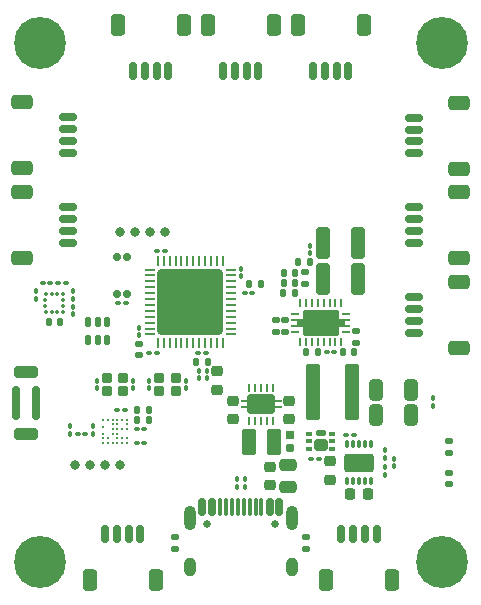
<source format=gbr>
G04 #@! TF.GenerationSoftware,KiCad,Pcbnew,(5.99.0-7554-g937713dbbc)*
G04 #@! TF.CreationDate,2020-12-16T08:12:25+03:00*
G04 #@! TF.ProjectId,BioniX,42696f6e-6958-42e6-9b69-6361645f7063,rev?*
G04 #@! TF.SameCoordinates,PX6422c40PY5a995c0*
G04 #@! TF.FileFunction,Soldermask,Top*
G04 #@! TF.FilePolarity,Negative*
%FSLAX46Y46*%
G04 Gerber Fmt 4.6, Leading zero omitted, Abs format (unit mm)*
G04 Created by KiCad (PCBNEW (5.99.0-7554-g937713dbbc)) date 2020-12-16 08:12:25*
%MOMM*%
%LPD*%
G01*
G04 APERTURE LIST*
G04 Aperture macros list*
%AMRoundRect*
0 Rectangle with rounded corners*
0 $1 Rounding radius*
0 $2 $3 $4 $5 $6 $7 $8 $9 X,Y pos of 4 corners*
0 Add a 4 corners polygon primitive as box body*
4,1,4,$2,$3,$4,$5,$6,$7,$8,$9,$2,$3,0*
0 Add four circle primitives for the rounded corners*
1,1,$1+$1,$2,$3,0*
1,1,$1+$1,$4,$5,0*
1,1,$1+$1,$6,$7,0*
1,1,$1+$1,$8,$9,0*
0 Add four rect primitives between the rounded corners*
20,1,$1+$1,$2,$3,$4,$5,0*
20,1,$1+$1,$4,$5,$6,$7,0*
20,1,$1+$1,$6,$7,$8,$9,0*
20,1,$1+$1,$8,$9,$2,$3,0*%
G04 Aperture macros list end*
%ADD10RoundRect,0.100000X-0.100000X0.130000X-0.100000X-0.130000X0.100000X-0.130000X0.100000X0.130000X0*%
%ADD11RoundRect,0.249600X-0.350400X-0.650400X0.350400X-0.650400X0.350400X0.650400X-0.350400X0.650400X0*%
%ADD12RoundRect,0.150000X-0.150000X-0.625000X0.150000X-0.625000X0.150000X0.625000X-0.150000X0.625000X0*%
%ADD13RoundRect,0.140000X-0.140000X-0.170000X0.140000X-0.170000X0.140000X0.170000X-0.140000X0.170000X0*%
%ADD14RoundRect,0.225000X0.250000X-0.225000X0.250000X0.225000X-0.250000X0.225000X-0.250000X-0.225000X0*%
%ADD15RoundRect,0.062500X0.062500X-0.375000X0.062500X0.375000X-0.062500X0.375000X-0.062500X-0.375000X0*%
%ADD16RoundRect,0.062500X0.375000X-0.062500X0.375000X0.062500X-0.375000X0.062500X-0.375000X-0.062500X0*%
%ADD17RoundRect,0.392000X2.408000X-2.408000X2.408000X2.408000X-2.408000X2.408000X-2.408000X-2.408000X0*%
%ADD18RoundRect,0.135000X-0.185000X0.135000X-0.185000X-0.135000X0.185000X-0.135000X0.185000X0.135000X0*%
%ADD19RoundRect,0.100000X0.130000X0.100000X-0.130000X0.100000X-0.130000X-0.100000X0.130000X-0.100000X0*%
%ADD20RoundRect,0.100000X0.100000X-0.130000X0.100000X0.130000X-0.100000X0.130000X-0.100000X-0.130000X0*%
%ADD21RoundRect,0.160000X0.290000X0.240000X-0.290000X0.240000X-0.290000X-0.240000X0.290000X-0.240000X0*%
%ADD22RoundRect,0.100000X-0.130000X-0.100000X0.130000X-0.100000X0.130000X0.100000X-0.130000X0.100000X0*%
%ADD23RoundRect,0.140000X0.140000X0.170000X-0.140000X0.170000X-0.140000X-0.170000X0.140000X-0.170000X0*%
%ADD24RoundRect,0.048000X0.072000X-0.252000X0.072000X0.252000X-0.072000X0.252000X-0.072000X-0.252000X0*%
%ADD25RoundRect,0.048000X0.252000X0.072000X-0.252000X0.072000X-0.252000X-0.072000X0.252000X-0.072000X0*%
%ADD26RoundRect,0.247500X0.952500X-0.577500X0.952500X0.577500X-0.952500X0.577500X-0.952500X-0.577500X0*%
%ADD27C,0.257000*%
%ADD28RoundRect,0.135000X0.185000X-0.135000X0.185000X0.135000X-0.185000X0.135000X-0.185000X-0.135000X0*%
%ADD29RoundRect,0.147500X0.172500X-0.147500X0.172500X0.147500X-0.172500X0.147500X-0.172500X-0.147500X0*%
%ADD30RoundRect,0.249600X0.350400X0.650400X-0.350400X0.650400X-0.350400X-0.650400X0.350400X-0.650400X0*%
%ADD31RoundRect,0.150000X0.150000X0.625000X-0.150000X0.625000X-0.150000X-0.625000X0.150000X-0.625000X0*%
%ADD32RoundRect,0.140000X0.170000X-0.140000X0.170000X0.140000X-0.170000X0.140000X-0.170000X-0.140000X0*%
%ADD33RoundRect,0.080000X0.170000X0.120000X-0.170000X0.120000X-0.170000X-0.120000X0.170000X-0.120000X0*%
%ADD34RoundRect,0.190000X0.385000X0.285000X-0.385000X0.285000X-0.385000X-0.285000X0.385000X-0.285000X0*%
%ADD35RoundRect,0.096000X0.304000X0.144000X-0.304000X0.144000X-0.304000X-0.144000X0.304000X-0.144000X0*%
%ADD36RoundRect,0.250000X-0.325000X-1.100000X0.325000X-1.100000X0.325000X1.100000X-0.325000X1.100000X0*%
%ADD37RoundRect,0.140000X-0.170000X0.140000X-0.170000X-0.140000X0.170000X-0.140000X0.170000X0.140000X0*%
%ADD38RoundRect,0.060000X0.090000X-0.265000X0.090000X0.265000X-0.090000X0.265000X-0.090000X-0.265000X0*%
%ADD39RoundRect,0.232500X1.007500X-0.542500X1.007500X0.542500X-1.007500X0.542500X-1.007500X-0.542500X0*%
%ADD40C,0.650000*%
%ADD41RoundRect,0.150000X-0.150000X-0.575000X0.150000X-0.575000X0.150000X0.575000X-0.150000X0.575000X0*%
%ADD42RoundRect,0.075000X-0.075000X-0.650000X0.075000X-0.650000X0.075000X0.650000X-0.075000X0.650000X0*%
%ADD43O,1.000000X2.100000*%
%ADD44O,1.000000X1.600000*%
%ADD45RoundRect,0.249600X-0.650400X0.350400X-0.650400X-0.350400X0.650400X-0.350400X0.650400X0.350400X0*%
%ADD46RoundRect,0.150000X-0.625000X0.150000X-0.625000X-0.150000X0.625000X-0.150000X0.625000X0.150000X0*%
%ADD47RoundRect,0.147500X-0.172500X0.147500X-0.172500X-0.147500X0.172500X-0.147500X0.172500X0.147500X0*%
%ADD48RoundRect,0.180000X0.420000X2.170000X-0.420000X2.170000X-0.420000X-2.170000X0.420000X-2.170000X0*%
%ADD49RoundRect,0.150000X0.150000X-0.150000X0.150000X0.150000X-0.150000X0.150000X-0.150000X-0.150000X0*%
%ADD50RoundRect,0.249600X0.650400X-0.350400X0.650400X0.350400X-0.650400X0.350400X-0.650400X-0.350400X0*%
%ADD51RoundRect,0.150000X0.625000X-0.150000X0.625000X0.150000X-0.625000X0.150000X-0.625000X-0.150000X0*%
%ADD52RoundRect,0.135000X0.135000X0.185000X-0.135000X0.185000X-0.135000X-0.185000X0.135000X-0.185000X0*%
%ADD53C,0.700000*%
%ADD54C,4.400000*%
%ADD55RoundRect,0.218750X0.256250X-0.218750X0.256250X0.218750X-0.256250X0.218750X-0.256250X-0.218750X0*%
%ADD56RoundRect,0.187500X0.187500X-0.187500X0.187500X0.187500X-0.187500X0.187500X-0.187500X-0.187500X0*%
%ADD57RoundRect,0.150000X0.225000X-0.150000X0.225000X0.150000X-0.225000X0.150000X-0.225000X-0.150000X0*%
%ADD58RoundRect,0.250000X-0.475000X0.250000X-0.475000X-0.250000X0.475000X-0.250000X0.475000X0.250000X0*%
%ADD59RoundRect,0.250000X-0.325000X-0.650000X0.325000X-0.650000X0.325000X0.650000X-0.325000X0.650000X0*%
%ADD60RoundRect,0.225000X0.225000X0.250000X-0.225000X0.250000X-0.225000X-0.250000X0.225000X-0.250000X0*%
%ADD61C,0.800000*%
%ADD62RoundRect,0.250000X0.375000X0.850000X-0.375000X0.850000X-0.375000X-0.850000X0.375000X-0.850000X0*%
%ADD63RoundRect,0.080000X-0.080000X0.080000X-0.080000X-0.080000X0.080000X-0.080000X0.080000X0.080000X0*%
%ADD64RoundRect,0.080000X-0.080000X-0.080000X0.080000X-0.080000X0.080000X0.080000X-0.080000X0.080000X0*%
%ADD65RoundRect,0.218750X-0.256250X0.218750X-0.256250X-0.218750X0.256250X-0.218750X0.256250X0.218750X0*%
%ADD66RoundRect,0.250000X-0.750000X0.250000X-0.750000X-0.250000X0.750000X-0.250000X0.750000X0.250000X0*%
%ADD67RoundRect,0.175000X-0.175000X-1.225000X0.175000X-1.225000X0.175000X1.225000X-0.175000X1.225000X0*%
%ADD68RoundRect,0.050400X0.249600X-0.069600X0.249600X0.069600X-0.249600X0.069600X-0.249600X-0.069600X0*%
%ADD69RoundRect,0.050400X0.069600X-0.249600X0.069600X0.249600X-0.069600X0.249600X-0.069600X-0.249600X0*%
%ADD70RoundRect,0.050000X0.250000X-0.050000X0.250000X0.050000X-0.250000X0.050000X-0.250000X-0.050000X0*%
%ADD71RoundRect,0.105000X0.245000X0.270000X-0.245000X0.270000X-0.245000X-0.270000X0.245000X-0.270000X0*%
%ADD72RoundRect,0.220000X1.330000X-0.880000X1.330000X0.880000X-1.330000X0.880000X-1.330000X-0.880000X0*%
%ADD73RoundRect,0.125000X0.125000X-0.275000X0.125000X0.275000X-0.125000X0.275000X-0.125000X-0.275000X0*%
G04 APERTURE END LIST*
D10*
G04 #@! TO.C,R53*
X25900000Y29810000D03*
X25900000Y29170000D03*
G04 #@! TD*
D11*
G04 #@! TO.C,J3*
X32800000Y1505000D03*
X27200000Y1505000D03*
D12*
X28500000Y5380000D03*
X29500000Y5380000D03*
X30500000Y5380000D03*
X31500000Y5380000D03*
G04 #@! TD*
D13*
G04 #@! TO.C,C53*
X28650000Y20780000D03*
X29610000Y20780000D03*
G04 #@! TD*
D14*
G04 #@! TO.C,C40*
X24105000Y15130000D03*
X24105000Y16680000D03*
G04 #@! TD*
D15*
G04 #@! TO.C,U1*
X12980000Y21602500D03*
X13480000Y21602500D03*
X13980000Y21602500D03*
X14480000Y21602500D03*
X14980000Y21602500D03*
X15480000Y21602500D03*
X15980000Y21602500D03*
X16480000Y21602500D03*
X16980000Y21602500D03*
X17480000Y21602500D03*
X17980000Y21602500D03*
X18480000Y21602500D03*
D16*
X19167500Y22290000D03*
X19167500Y22790000D03*
X19167500Y23290000D03*
X19167500Y23790000D03*
X19167500Y24290000D03*
X19167500Y24790000D03*
X19167500Y25290000D03*
X19167500Y25790000D03*
X19167500Y26290000D03*
X19167500Y26790000D03*
X19167500Y27290000D03*
X19167500Y27790000D03*
D15*
X18480000Y28477500D03*
X17980000Y28477500D03*
X17480000Y28477500D03*
X16980000Y28477500D03*
X16480000Y28477500D03*
X15980000Y28477500D03*
X15480000Y28477500D03*
X14980000Y28477500D03*
X14480000Y28477500D03*
X13980000Y28477500D03*
X13480000Y28477500D03*
X12980000Y28477500D03*
D16*
X12292500Y27790000D03*
X12292500Y27290000D03*
X12292500Y26790000D03*
X12292500Y26290000D03*
X12292500Y25790000D03*
X12292500Y25290000D03*
X12292500Y24790000D03*
X12292500Y24290000D03*
X12292500Y23790000D03*
X12292500Y23290000D03*
X12292500Y22790000D03*
X12292500Y22290000D03*
D17*
X15730000Y25040000D03*
G04 #@! TD*
D18*
G04 #@! TO.C,R3*
X14450000Y5110000D03*
X14450000Y4090000D03*
G04 #@! TD*
D19*
G04 #@! TO.C,R11*
X20970000Y25790000D03*
X20330000Y25790000D03*
G04 #@! TD*
D10*
G04 #@! TO.C,R62*
X5775000Y25971250D03*
X5775000Y25331250D03*
G04 #@! TD*
D19*
G04 #@! TO.C,R31*
X29570000Y13770000D03*
X28930000Y13770000D03*
G04 #@! TD*
D20*
G04 #@! TO.C,C26*
X5530000Y13890000D03*
X5530000Y14530000D03*
G04 #@! TD*
D19*
G04 #@! TO.C,R60*
X3885000Y26631250D03*
X3245000Y26631250D03*
G04 #@! TD*
D21*
G04 #@! TO.C,Y2*
X10040000Y18600000D03*
X8640000Y18600000D03*
X8640000Y17500000D03*
X10040000Y17500000D03*
G04 #@! TD*
D22*
G04 #@! TO.C,R10*
X9620000Y24940000D03*
X10260000Y24940000D03*
G04 #@! TD*
D23*
G04 #@! TO.C,C57*
X24600000Y27490000D03*
X23640000Y27490000D03*
G04 #@! TD*
D24*
G04 #@! TO.C,U4*
X20730000Y14970000D03*
X21230000Y14970000D03*
X21730000Y14970000D03*
X22230000Y14970000D03*
X22730000Y14970000D03*
X22730000Y17770000D03*
X22230000Y17770000D03*
X21730000Y17770000D03*
X21230000Y17770000D03*
X20730000Y17770000D03*
D25*
X20330000Y16120000D03*
X23130000Y16620000D03*
X20330000Y16620000D03*
X23130000Y16120000D03*
D26*
X21730000Y16370000D03*
G04 #@! TD*
D23*
G04 #@! TO.C,C60*
X4705000Y23341250D03*
X3745000Y23341250D03*
G04 #@! TD*
D27*
G04 #@! TO.C,U2*
X8340000Y15090000D03*
X8740000Y15090000D03*
X9140000Y15090000D03*
X9540000Y15090000D03*
X9940000Y15090000D03*
X10340000Y15090000D03*
X9140000Y14690000D03*
X9540000Y14690000D03*
X10340000Y14690000D03*
X8340000Y14490000D03*
X9140000Y14290000D03*
X9540000Y14290000D03*
X9940000Y14290000D03*
X10340000Y14290000D03*
X8340000Y13890000D03*
X9140000Y13890000D03*
X9540000Y13890000D03*
X8340000Y13490000D03*
X8740000Y13490000D03*
X9540000Y13490000D03*
X9940000Y13490000D03*
X10340000Y13490000D03*
X8340000Y13090000D03*
X8740000Y13090000D03*
X9140000Y13090000D03*
X9540000Y13090000D03*
X9940000Y13090000D03*
X10340000Y13090000D03*
G04 #@! TD*
D28*
G04 #@! TO.C,R52*
X25430000Y26550000D03*
X25430000Y27570000D03*
G04 #@! TD*
D23*
G04 #@! TO.C,C58*
X24600000Y26640000D03*
X23640000Y26640000D03*
G04 #@! TD*
D29*
G04 #@! TO.C,D50*
X37660000Y12295000D03*
X37660000Y13265000D03*
G04 #@! TD*
D30*
G04 #@! TO.C,J11*
X15170000Y48502843D03*
X9570000Y48502843D03*
D31*
X13870000Y44627843D03*
X12870000Y44627843D03*
X11870000Y44627843D03*
X10870000Y44627843D03*
G04 #@! TD*
D32*
G04 #@! TO.C,C55*
X22940000Y22530000D03*
X22940000Y23490000D03*
G04 #@! TD*
D19*
G04 #@! TO.C,R5*
X26600000Y11770000D03*
X25960000Y11770000D03*
G04 #@! TD*
D33*
G04 #@! TO.C,Q1*
X27750000Y12580000D03*
X27750000Y13230000D03*
X27750000Y13880000D03*
X25790000Y13880000D03*
X25790000Y13230000D03*
X25790000Y12580000D03*
D34*
X26770000Y12905000D03*
D35*
X26770000Y13930000D03*
G04 #@! TD*
D36*
G04 #@! TO.C,C59*
X26969999Y27000000D03*
X29919999Y27000000D03*
G04 #@! TD*
D10*
G04 #@! TO.C,C61*
X5775000Y24651250D03*
X5775000Y24011250D03*
G04 #@! TD*
D37*
G04 #@! TO.C,C10*
X11400000Y21470000D03*
X11400000Y20510000D03*
G04 #@! TD*
D38*
G04 #@! TO.C,U3*
X29000000Y9890000D03*
X29500000Y9890000D03*
X30000000Y9890000D03*
X30500000Y9890000D03*
X31000000Y9890000D03*
X31000000Y12990000D03*
X30500000Y12990000D03*
X30000000Y12990000D03*
X29500000Y12990000D03*
X29000000Y12990000D03*
D39*
X30000000Y11440000D03*
G04 #@! TD*
D40*
G04 #@! TO.C,J1*
X17110000Y6250000D03*
X22890000Y6250000D03*
D41*
X16750000Y7695000D03*
X17550000Y7695000D03*
D42*
X18750000Y7695000D03*
X19750000Y7695000D03*
X20250000Y7695000D03*
X21250000Y7695000D03*
D41*
X23250000Y7695000D03*
X22450000Y7695000D03*
D42*
X21750000Y7695000D03*
X20750000Y7695000D03*
X19250000Y7695000D03*
X18250000Y7695000D03*
D43*
X15680000Y6780000D03*
X24320000Y6780000D03*
D44*
X15680000Y2600000D03*
X24320000Y2600000D03*
G04 #@! TD*
D45*
G04 #@! TO.C,J5*
X1505000Y28775000D03*
X1505000Y34375000D03*
D46*
X5380000Y33075000D03*
X5380000Y32075000D03*
X5380000Y31075000D03*
X5380000Y30075000D03*
G04 #@! TD*
D22*
G04 #@! TO.C,C24*
X9540000Y15900000D03*
X10180000Y15900000D03*
G04 #@! TD*
D47*
G04 #@! TO.C,D30*
X37660000Y10565000D03*
X37660000Y9595000D03*
G04 #@! TD*
D20*
G04 #@! TO.C,R1*
X20330000Y9380000D03*
X20330000Y10020000D03*
G04 #@! TD*
D22*
G04 #@! TO.C,R61*
X4565000Y26631250D03*
X5205000Y26631250D03*
G04 #@! TD*
G04 #@! TO.C,C13*
X12910000Y29370000D03*
X13550000Y29370000D03*
G04 #@! TD*
D48*
G04 #@! TO.C,L5*
X29445000Y17380000D03*
X26135000Y17380000D03*
G04 #@! TD*
D49*
G04 #@! TO.C,SW1*
X9490000Y25720000D03*
X10390000Y25720000D03*
X10390000Y28820000D03*
X9490000Y28820000D03*
G04 #@! TD*
D50*
G04 #@! TO.C,J7*
X38505000Y34362843D03*
X38505000Y28762843D03*
D51*
X34630000Y30062843D03*
X34630000Y31062843D03*
X34630000Y32062843D03*
X34630000Y33062843D03*
G04 #@! TD*
D52*
G04 #@! TO.C,R51*
X24630000Y25780000D03*
X23610000Y25780000D03*
G04 #@! TD*
D30*
G04 #@! TO.C,J13*
X24820000Y48502843D03*
X30420000Y48502843D03*
D31*
X29120000Y44627843D03*
X28120000Y44627843D03*
X27120000Y44627843D03*
X26120000Y44627843D03*
G04 #@! TD*
D13*
G04 #@! TO.C,C27*
X11240000Y15090000D03*
X12200000Y15090000D03*
G04 #@! TD*
D10*
G04 #@! TO.C,R33*
X32180000Y12490000D03*
X32180000Y11850000D03*
G04 #@! TD*
G04 #@! TO.C,C12*
X20060000Y27860000D03*
X20060000Y27220000D03*
G04 #@! TD*
D11*
G04 #@! TO.C,J4*
X12800000Y1505000D03*
X7200000Y1505000D03*
D12*
X8500000Y5380000D03*
X9500000Y5380000D03*
X10500000Y5380000D03*
X11500000Y5380000D03*
G04 #@! TD*
D53*
G04 #@! TO.C,H4*
X38650000Y47000000D03*
X38166726Y48166726D03*
X35833274Y45833274D03*
X37000000Y45350000D03*
X38166726Y45833274D03*
D54*
X37000000Y47000000D03*
D53*
X35350000Y47000000D03*
X35833274Y48166726D03*
X37000000Y48650000D03*
G04 #@! TD*
D20*
G04 #@! TO.C,C25*
X7470000Y13890000D03*
X7470000Y14530000D03*
G04 #@! TD*
D13*
G04 #@! TO.C,C23*
X11240000Y15900000D03*
X12200000Y15900000D03*
G04 #@! TD*
D50*
G04 #@! TO.C,J6*
X38505000Y21130000D03*
X38505000Y26730000D03*
D51*
X34630000Y22430000D03*
X34630000Y23430000D03*
X34630000Y24430000D03*
X34630000Y25430000D03*
G04 #@! TD*
D10*
G04 #@! TO.C,R63*
X2675000Y25971250D03*
X2675000Y25331250D03*
G04 #@! TD*
D22*
G04 #@! TO.C,C28*
X11190000Y13090000D03*
X11830000Y13090000D03*
G04 #@! TD*
D55*
G04 #@! TO.C,F1*
X22450000Y9512500D03*
X22450000Y11087500D03*
G04 #@! TD*
D56*
G04 #@! TO.C,D2*
X24130000Y13775000D03*
D57*
X24130000Y12650000D03*
G04 #@! TD*
D53*
G04 #@! TO.C,H1*
X4650000Y3000000D03*
X3000000Y1350000D03*
X3000000Y4650000D03*
D54*
X3000000Y3000000D03*
D53*
X4166726Y4166726D03*
X4166726Y1833274D03*
X1833274Y1833274D03*
X1350000Y3000000D03*
X1833274Y4166726D03*
G04 #@! TD*
D10*
G04 #@! TO.C,R12*
X16500000Y19230000D03*
X16500000Y18590000D03*
G04 #@! TD*
D37*
G04 #@! TO.C,C56*
X29750000Y22550000D03*
X29750000Y21590000D03*
G04 #@! TD*
D20*
G04 #@! TO.C,C14*
X11400000Y22220000D03*
X11400000Y22860000D03*
G04 #@! TD*
D45*
G04 #@! TO.C,J10*
X1495000Y36395000D03*
X1495000Y41995000D03*
D46*
X5370000Y40695000D03*
X5370000Y39695000D03*
X5370000Y38695000D03*
X5370000Y37695000D03*
G04 #@! TD*
D58*
G04 #@! TO.C,C1*
X23975000Y11250000D03*
X23975000Y9350000D03*
G04 #@! TD*
D59*
G04 #@! TO.C,C51*
X31465000Y17600000D03*
X34415000Y17600000D03*
G04 #@! TD*
D22*
G04 #@! TO.C,C22*
X11190000Y14290000D03*
X11830000Y14290000D03*
G04 #@! TD*
D53*
G04 #@! TO.C,H2*
X35833274Y4166726D03*
X35350000Y3000000D03*
X35833274Y1833274D03*
X38166726Y1833274D03*
X38166726Y4166726D03*
X38650000Y3000000D03*
X37000000Y1350000D03*
X37000000Y4650000D03*
D54*
X37000000Y3000000D03*
G04 #@! TD*
D60*
G04 #@! TO.C,C31*
X30775000Y8800000D03*
X29225000Y8800000D03*
G04 #@! TD*
D10*
G04 #@! TO.C,C110*
X15355000Y18375000D03*
X15355000Y17735000D03*
G04 #@! TD*
D22*
G04 #@! TO.C,L2*
X6180000Y13890000D03*
X6820000Y13890000D03*
G04 #@! TD*
D52*
G04 #@! TO.C,R54*
X25900000Y28390000D03*
X24880000Y28390000D03*
G04 #@! TD*
D10*
G04 #@! TO.C,R32*
X32180000Y11030000D03*
X32180000Y10390000D03*
G04 #@! TD*
D14*
G04 #@! TO.C,C30*
X27570000Y9995000D03*
X27570000Y11545000D03*
G04 #@! TD*
D23*
G04 #@! TO.C,C16*
X17210000Y19980000D03*
X16250000Y19980000D03*
G04 #@! TD*
D21*
G04 #@! TO.C,Y1*
X14505000Y18605000D03*
X13105000Y18605000D03*
X13105000Y17505000D03*
X14505000Y17505000D03*
G04 #@! TD*
D61*
G04 #@! TO.C,J9*
X13550000Y31000000D03*
X12280000Y31000000D03*
X11010000Y31000000D03*
X9740000Y31000000D03*
G04 #@! TD*
D19*
G04 #@! TO.C,C15*
X17050000Y20710000D03*
X16410000Y20710000D03*
G04 #@! TD*
D32*
G04 #@! TO.C,C54*
X23780000Y22530000D03*
X23780000Y23490000D03*
G04 #@! TD*
D20*
G04 #@! TO.C,C19*
X12255000Y17735000D03*
X12255000Y18375000D03*
G04 #@! TD*
G04 #@! TO.C,R55*
X36260000Y16230000D03*
X36260000Y16870000D03*
G04 #@! TD*
D10*
G04 #@! TO.C,R30*
X32980000Y11760000D03*
X32980000Y11120000D03*
G04 #@! TD*
D20*
G04 #@! TO.C,C21*
X10890000Y17730000D03*
X10890000Y18370000D03*
G04 #@! TD*
D62*
G04 #@! TO.C,L4*
X22805000Y13200000D03*
X20655000Y13200000D03*
G04 #@! TD*
D63*
G04 #@! TO.C,U6*
X4975000Y25753750D03*
X4475000Y25753750D03*
X3975000Y25753750D03*
X3475000Y25753750D03*
D64*
X3462500Y25241250D03*
X3462500Y24741250D03*
D63*
X3475000Y24228750D03*
X3975000Y24228750D03*
X4475000Y24228750D03*
X4975000Y24228750D03*
D64*
X4987500Y24741250D03*
X4987500Y25241250D03*
G04 #@! TD*
D10*
G04 #@! TO.C,C18*
X17100000Y19230000D03*
X17100000Y18590000D03*
G04 #@! TD*
D14*
G04 #@! TO.C,C41*
X19330000Y15120000D03*
X19330000Y16670000D03*
G04 #@! TD*
D30*
G04 #@! TO.C,J12*
X17195000Y48502843D03*
X22795000Y48502843D03*
D31*
X21495000Y44627843D03*
X20495000Y44627843D03*
X19495000Y44627843D03*
X18495000Y44627843D03*
G04 #@! TD*
D10*
G04 #@! TO.C,C20*
X7790000Y18370000D03*
X7790000Y17730000D03*
G04 #@! TD*
D20*
G04 #@! TO.C,R2*
X19670000Y9380000D03*
X19670000Y10020000D03*
G04 #@! TD*
D52*
G04 #@! TO.C,R50*
X26520000Y20780000D03*
X25500000Y20780000D03*
G04 #@! TD*
D22*
G04 #@! TO.C,C52*
X27260000Y20780000D03*
X27900000Y20780000D03*
G04 #@! TD*
D53*
G04 #@! TO.C,H3*
X1350000Y47000000D03*
X4166726Y45833274D03*
X4166726Y48166726D03*
X3000000Y45350000D03*
X3000000Y48650000D03*
X1833274Y45833274D03*
X1833274Y48166726D03*
X4650000Y47000000D03*
D54*
X3000000Y47000000D03*
G04 #@! TD*
D36*
G04 #@! TO.C,C510*
X26969999Y30000000D03*
X29919999Y30000000D03*
G04 #@! TD*
D18*
G04 #@! TO.C,R4*
X25550000Y5110000D03*
X25550000Y4090000D03*
G04 #@! TD*
D59*
G04 #@! TO.C,C50*
X31465000Y15495000D03*
X34415000Y15495000D03*
G04 #@! TD*
D65*
G04 #@! TO.C,FB1*
X17980000Y19157500D03*
X17980000Y17582500D03*
G04 #@! TD*
D19*
G04 #@! TO.C,C11*
X12880000Y20710000D03*
X12240000Y20710000D03*
G04 #@! TD*
D66*
G04 #@! TO.C,ANT1*
X1785000Y13890000D03*
X1785000Y19090000D03*
D67*
X2635000Y16490000D03*
X935000Y16490000D03*
G04 #@! TD*
D50*
G04 #@! TO.C,J14*
X38510000Y36327843D03*
X38510000Y41927843D03*
D51*
X34635000Y37627843D03*
X34635000Y38627843D03*
X34635000Y39627843D03*
X34635000Y40627843D03*
G04 #@! TD*
D61*
G04 #@! TO.C,J8*
X6000000Y11210000D03*
X7270000Y11210000D03*
X8540000Y11210000D03*
X9810000Y11210000D03*
G04 #@! TD*
D13*
G04 #@! TO.C,C17*
X20720000Y26540000D03*
X21680000Y26540000D03*
G04 #@! TD*
D68*
G04 #@! TO.C,U5*
X24614999Y22530000D03*
D69*
X25014999Y21630000D03*
X25514999Y21630000D03*
X26014999Y21630000D03*
X26514999Y21630000D03*
X27014999Y21630000D03*
X27514999Y21630000D03*
X28014999Y21630000D03*
X28514999Y21630000D03*
D68*
X28914999Y22530000D03*
X28914999Y24030000D03*
D69*
X28514999Y24930000D03*
X28014999Y24930000D03*
X27514999Y24930000D03*
X27014999Y24930000D03*
X26514999Y24930000D03*
X26014999Y24930000D03*
X25514999Y24930000D03*
X25014999Y24930000D03*
D68*
X24614999Y24030000D03*
D70*
X24614999Y23005000D03*
D71*
X28470000Y23280000D03*
D70*
X28914999Y23005000D03*
D72*
X26764999Y23280000D03*
D70*
X28914999Y23555000D03*
D71*
X25065000Y23280000D03*
D70*
X24614999Y23555000D03*
G04 #@! TD*
D73*
G04 #@! TO.C,D3*
X7100000Y21800000D03*
X7900000Y21800000D03*
X8700000Y21800000D03*
X8700000Y23325000D03*
X7900000Y23325000D03*
X7100000Y23325000D03*
G04 #@! TD*
M02*

</source>
